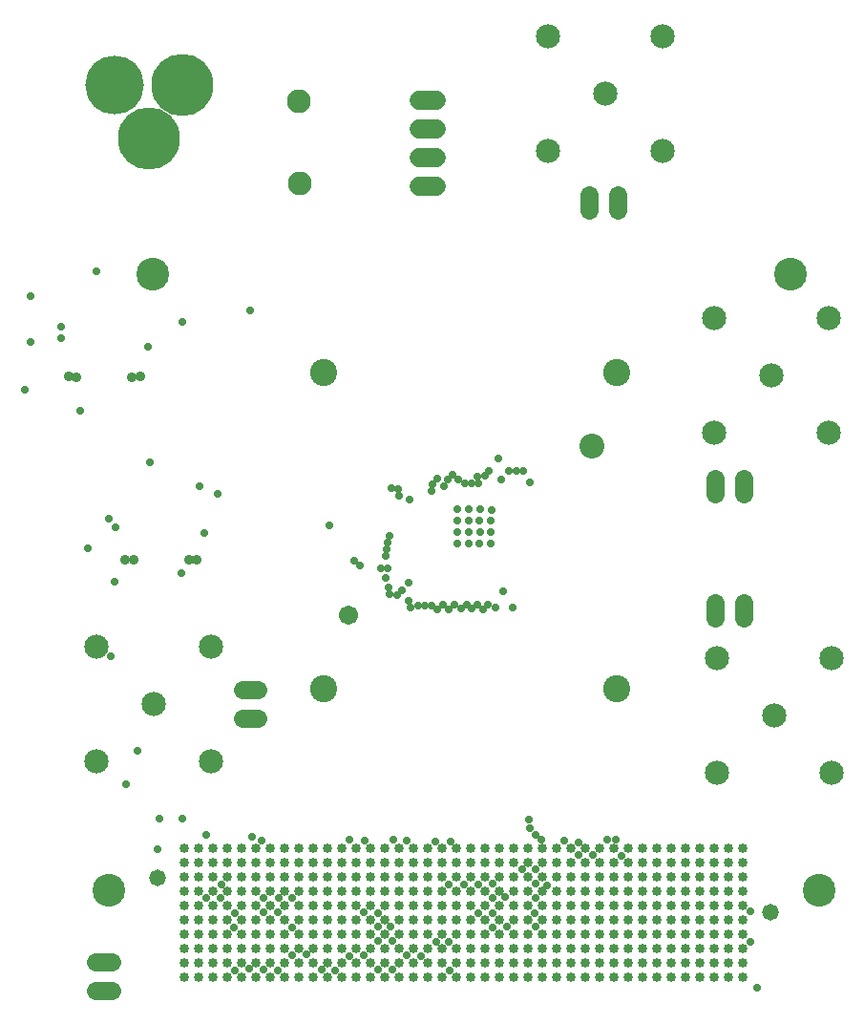
<source format=gbr>
G04 EAGLE Gerber RS-274X export*
G75*
%MOMM*%
%FSLAX34Y34*%
%LPD*%
%INSoldermask Bottom*%
%IPPOS*%
%AMOC8*
5,1,8,0,0,1.08239X$1,22.5*%
G01*
%ADD10C,2.903200*%
%ADD11C,2.146300*%
%ADD12C,0.843200*%
%ADD13C,1.473200*%
%ADD14C,1.574800*%
%ADD15C,1.727200*%
%ADD16C,1.703200*%
%ADD17C,2.403200*%
%ADD18C,2.203200*%
%ADD19C,5.503200*%
%ADD20C,5.203200*%
%ADD21C,2.108200*%
%ADD22C,0.706400*%
%ADD23C,0.878200*%


D10*
X84500Y116500D03*
X714500Y116500D03*
X124000Y662500D03*
X689500Y662500D03*
D11*
X525000Y822200D03*
X575800Y873000D03*
X474200Y873000D03*
X474200Y771400D03*
X575800Y771400D03*
X672200Y572900D03*
X723000Y623700D03*
X621400Y623700D03*
X621400Y522100D03*
X723000Y522100D03*
X674900Y271200D03*
X725700Y322000D03*
X624100Y322000D03*
X624100Y220400D03*
X725700Y220400D03*
D12*
X647150Y39350D03*
X634450Y39350D03*
X621750Y39350D03*
X609050Y39350D03*
X596350Y39350D03*
X583650Y39350D03*
X570950Y39350D03*
X558250Y39350D03*
X545550Y39350D03*
X532850Y39350D03*
X520150Y39350D03*
X507450Y39350D03*
X494750Y39350D03*
X482050Y39350D03*
X469350Y39350D03*
X456650Y39350D03*
X443950Y39350D03*
X431250Y39350D03*
X418550Y39350D03*
X405850Y39350D03*
X393150Y39350D03*
X380450Y39350D03*
X367750Y39350D03*
X355050Y39350D03*
X342350Y39350D03*
X329650Y39350D03*
X316950Y39350D03*
X304250Y39350D03*
X291550Y39350D03*
X278850Y39350D03*
X266150Y39350D03*
X253450Y39350D03*
X240750Y39350D03*
X228050Y39350D03*
X215350Y39350D03*
X202650Y39350D03*
X189950Y39350D03*
X177250Y39350D03*
X164550Y39350D03*
X151850Y39350D03*
X647150Y52050D03*
X634450Y52050D03*
X621750Y52050D03*
X609050Y52050D03*
X596350Y52050D03*
X583650Y52050D03*
X570950Y52050D03*
X558250Y52050D03*
X545550Y52050D03*
X532850Y52050D03*
X520150Y52050D03*
X507450Y52050D03*
X494750Y52050D03*
X482050Y52050D03*
X469350Y52050D03*
X456650Y52050D03*
X443950Y52050D03*
X431250Y52050D03*
X418550Y52050D03*
X405850Y52050D03*
X393150Y52050D03*
X380450Y52050D03*
X367750Y52050D03*
X355050Y52050D03*
X342350Y52050D03*
X329650Y52050D03*
X316950Y52050D03*
X304250Y52050D03*
X291550Y52050D03*
X278850Y52050D03*
X266150Y52050D03*
X253450Y52050D03*
X240750Y52050D03*
X228050Y52050D03*
X215350Y52050D03*
X202650Y52050D03*
X189950Y52050D03*
X177250Y52050D03*
X164550Y52050D03*
X151850Y52050D03*
X647150Y64750D03*
X634450Y64750D03*
X621750Y64750D03*
X609050Y64750D03*
X596350Y64750D03*
X583650Y64750D03*
X570950Y64750D03*
X558250Y64750D03*
X545550Y64750D03*
X532850Y64750D03*
X520150Y64750D03*
X507450Y64750D03*
X494750Y64750D03*
X482050Y64750D03*
X469350Y64750D03*
X456650Y64750D03*
X443950Y64750D03*
X431250Y64750D03*
X418550Y64750D03*
X405850Y64750D03*
X393150Y64750D03*
X380450Y64750D03*
X367750Y64750D03*
X355050Y64750D03*
X342350Y64750D03*
X329650Y64750D03*
X316950Y64750D03*
X304250Y64750D03*
X291550Y64750D03*
X278850Y64750D03*
X266150Y64750D03*
X253450Y64750D03*
X240750Y64750D03*
X228050Y64750D03*
X215350Y64750D03*
X202650Y64750D03*
X189950Y64750D03*
X177250Y64750D03*
X164550Y64750D03*
X151850Y64750D03*
X647150Y77450D03*
X634450Y77450D03*
X621750Y77450D03*
X609050Y77450D03*
X596350Y77450D03*
X583650Y77450D03*
X570950Y77450D03*
X558250Y77450D03*
X545550Y77450D03*
X532850Y77450D03*
X520150Y77450D03*
X507450Y77450D03*
X494750Y77450D03*
X482050Y77450D03*
X469350Y77450D03*
X456650Y77450D03*
X443950Y77450D03*
X431250Y77450D03*
X418550Y77450D03*
X405850Y77450D03*
X393150Y77450D03*
X380450Y77450D03*
X367750Y77450D03*
X355050Y77450D03*
X342350Y77450D03*
X329650Y77450D03*
X316950Y77450D03*
X304250Y77450D03*
X291550Y77450D03*
X278850Y77450D03*
X266150Y77450D03*
X253450Y77450D03*
X240750Y77450D03*
X228050Y77450D03*
X215350Y77450D03*
X202650Y77450D03*
X189950Y77450D03*
X177250Y77450D03*
X164550Y77450D03*
X151850Y77450D03*
X647150Y90150D03*
X634450Y90150D03*
X621750Y90150D03*
X609050Y90150D03*
X596350Y90150D03*
X583650Y90150D03*
X570950Y90150D03*
X558250Y90150D03*
X545550Y90150D03*
X532850Y90150D03*
X520150Y90150D03*
X507450Y90150D03*
X494750Y90150D03*
X482050Y90150D03*
X469350Y90150D03*
X456650Y90150D03*
X443950Y90150D03*
X431250Y90150D03*
X418550Y90150D03*
X405850Y90150D03*
X393150Y90150D03*
X380450Y90150D03*
X367750Y90150D03*
X355050Y90150D03*
X342350Y90150D03*
X329650Y90150D03*
X316950Y90150D03*
X304250Y90150D03*
X291550Y90150D03*
X278850Y90150D03*
X266150Y90150D03*
X253450Y90150D03*
X240750Y90150D03*
X228050Y90150D03*
X215350Y90150D03*
X202650Y90150D03*
X189950Y90150D03*
X177250Y90150D03*
X164550Y90150D03*
X151850Y90150D03*
X647150Y102850D03*
X634450Y102850D03*
X621750Y102850D03*
X609050Y102850D03*
X596350Y102850D03*
X583650Y102850D03*
X570950Y102850D03*
X558250Y102850D03*
X545550Y102850D03*
X532850Y102850D03*
X520150Y102850D03*
X507450Y102850D03*
X494750Y102850D03*
X482050Y102850D03*
X469350Y102850D03*
X456650Y102850D03*
X443950Y102850D03*
X431250Y102850D03*
X418550Y102850D03*
X405850Y102850D03*
X393150Y102850D03*
X380450Y102850D03*
X367750Y102850D03*
X355050Y102850D03*
X342350Y102850D03*
X329650Y102850D03*
X316950Y102850D03*
X304250Y102850D03*
X291550Y102850D03*
X278850Y102850D03*
X266150Y102850D03*
X253450Y102850D03*
X240750Y102850D03*
X228050Y102850D03*
X215350Y102850D03*
X202650Y102850D03*
X189950Y102850D03*
X177250Y102850D03*
X164550Y102850D03*
X151850Y102850D03*
X647150Y115550D03*
X634450Y115550D03*
X621750Y115550D03*
X609050Y115550D03*
X596350Y115550D03*
X583650Y115550D03*
X570950Y115550D03*
X558250Y115550D03*
X545550Y115550D03*
X532850Y115550D03*
X520150Y115550D03*
X507450Y115550D03*
X494750Y115550D03*
X482050Y115550D03*
X469350Y115550D03*
X456650Y115550D03*
X443950Y115550D03*
X431250Y115550D03*
X418550Y115550D03*
X405850Y115550D03*
X393150Y115550D03*
X380450Y115550D03*
X367750Y115550D03*
X355050Y115550D03*
X342350Y115550D03*
X329650Y115550D03*
X316950Y115550D03*
X304250Y115550D03*
X291550Y115550D03*
X278850Y115550D03*
X266150Y115550D03*
X253450Y115550D03*
X240750Y115550D03*
X228050Y115550D03*
X215350Y115550D03*
X202650Y115550D03*
X189950Y115550D03*
X177250Y115550D03*
X164550Y115550D03*
X151850Y115550D03*
X647150Y128250D03*
X634450Y128250D03*
X621750Y128250D03*
X609050Y128250D03*
X596350Y128250D03*
X583650Y128250D03*
X570950Y128250D03*
X558250Y128250D03*
X545550Y128250D03*
X532850Y128250D03*
X520150Y128250D03*
X507450Y128250D03*
X494750Y128250D03*
X482050Y128250D03*
X469350Y128250D03*
X456650Y128250D03*
X443950Y128250D03*
X431250Y128250D03*
X418550Y128250D03*
X405850Y128250D03*
X393150Y128250D03*
X380450Y128250D03*
X367750Y128250D03*
X355050Y128250D03*
X342350Y128250D03*
X329650Y128250D03*
X316950Y128250D03*
X304250Y128250D03*
X291550Y128250D03*
X278850Y128250D03*
X266150Y128250D03*
X253450Y128250D03*
X240750Y128250D03*
X228050Y128250D03*
X215350Y128250D03*
X202650Y128250D03*
X189950Y128250D03*
X177250Y128250D03*
X164550Y128250D03*
X151850Y128250D03*
X647150Y140950D03*
X634450Y140950D03*
X621750Y140950D03*
X609050Y140950D03*
X596350Y140950D03*
X583650Y140950D03*
X570950Y140950D03*
X558250Y140950D03*
X545550Y140950D03*
X532850Y140950D03*
X520150Y140950D03*
X507450Y140950D03*
X494750Y140950D03*
X482050Y140950D03*
X469350Y140950D03*
X456650Y140950D03*
X443950Y140950D03*
X431250Y140950D03*
X418550Y140950D03*
X405850Y140950D03*
X393150Y140950D03*
X380450Y140950D03*
X367750Y140950D03*
X355050Y140950D03*
X342350Y140950D03*
X329650Y140950D03*
X316950Y140950D03*
X304250Y140950D03*
X291550Y140950D03*
X278850Y140950D03*
X266150Y140950D03*
X253450Y140950D03*
X240750Y140950D03*
X228050Y140950D03*
X215350Y140950D03*
X202650Y140950D03*
X189950Y140950D03*
X177250Y140950D03*
X164550Y140950D03*
X151850Y140950D03*
X647150Y153650D03*
X634450Y153650D03*
X621750Y153650D03*
X609050Y153650D03*
X596350Y153650D03*
X583650Y153650D03*
X570950Y153650D03*
X558250Y153650D03*
X545550Y153650D03*
X532850Y153650D03*
X520150Y153650D03*
X507450Y153650D03*
X494750Y153650D03*
X482050Y153650D03*
X469350Y153650D03*
X456650Y153650D03*
X443950Y153650D03*
X431250Y153650D03*
X418550Y153650D03*
X405850Y153650D03*
X393150Y153650D03*
X380450Y153650D03*
X367750Y153650D03*
X355050Y153650D03*
X342350Y153650D03*
X329650Y153650D03*
X316950Y153650D03*
X304250Y153650D03*
X291550Y153650D03*
X278850Y153650D03*
X266150Y153650D03*
X253450Y153650D03*
X240750Y153650D03*
X228050Y153650D03*
X215350Y153650D03*
X202650Y153650D03*
X189950Y153650D03*
X177250Y153650D03*
X164550Y153650D03*
X151850Y153650D03*
D13*
X671390Y96500D03*
X127590Y127000D03*
D11*
X124400Y281500D03*
X175200Y332300D03*
X73600Y332300D03*
X73600Y230700D03*
X175200Y230700D03*
D14*
X203342Y294400D02*
X217058Y294400D01*
X217058Y269000D02*
X203342Y269000D01*
X622400Y357242D02*
X622400Y370958D01*
X647800Y370958D02*
X647800Y357242D01*
X622700Y467342D02*
X622700Y481058D01*
X648100Y481058D02*
X648100Y467342D01*
X510300Y719042D02*
X510300Y732758D01*
X535700Y732758D02*
X535700Y719042D01*
D15*
X375020Y740500D02*
X359780Y740500D01*
X359780Y765900D02*
X375020Y765900D01*
X375020Y791300D02*
X359780Y791300D01*
X359780Y816700D02*
X375020Y816700D01*
D16*
X297000Y360000D03*
D17*
X275000Y295000D03*
X535000Y295000D03*
D18*
X513000Y510000D03*
D17*
X535000Y575000D03*
X275000Y575000D03*
D14*
X86858Y27300D02*
X73142Y27300D01*
X73142Y52700D02*
X86858Y52700D01*
D19*
X150000Y830000D03*
D20*
X90000Y830000D03*
D19*
X120000Y783000D03*
D21*
X253500Y815500D03*
X253900Y743200D03*
D22*
X121300Y495900D03*
X164900Y474900D03*
X181200Y467700D03*
X149100Y397800D03*
X73600Y664800D03*
X209950Y630050D03*
X149950Y619950D03*
X128300Y152800D03*
X171300Y165100D03*
X211900Y164100D03*
X458100Y477500D03*
X432500Y480300D03*
X351600Y462500D03*
X443200Y367300D03*
X393700Y453800D03*
X403800Y453900D03*
X413800Y453900D03*
X424000Y453700D03*
X393600Y443700D03*
X403600Y443700D03*
X413600Y443800D03*
X423600Y443700D03*
X393500Y433800D03*
X403600Y433700D03*
X413800Y433700D03*
X423600Y433600D03*
X393700Y423700D03*
X403700Y423700D03*
X413600Y423600D03*
X423600Y423600D03*
X15000Y642600D03*
X110000Y240000D03*
X100000Y210000D03*
X660000Y30000D03*
X434693Y381606D03*
X387100Y45300D03*
X406613Y365887D03*
X336400Y46000D03*
X401863Y369690D03*
X323700Y45800D03*
X352200Y366818D03*
X285500Y45600D03*
X350734Y372866D03*
X273500Y45900D03*
X330264Y412436D03*
X234600Y45600D03*
X331312Y418484D03*
X222150Y45850D03*
X416290Y365564D03*
X361900Y57900D03*
X411613Y369440D03*
X348800Y58400D03*
X364848Y368406D03*
X310900Y58700D03*
X358800Y368500D03*
X298200Y58100D03*
X332372Y401728D03*
X259900Y59200D03*
X326324Y401753D03*
X247400Y58600D03*
X332360Y424532D03*
X209000Y46600D03*
X333408Y430580D03*
X196550Y45250D03*
X473600Y120400D03*
X463000Y121900D03*
X435900Y110600D03*
X425200Y109200D03*
X399700Y121700D03*
X386400Y121800D03*
X350650Y389350D03*
X247600Y109400D03*
X344399Y382268D03*
X235050Y109250D03*
X341400Y472182D03*
X185000Y121800D03*
X386209Y365564D03*
X334600Y84300D03*
X381249Y369158D03*
X323600Y83800D03*
X462800Y134900D03*
X451200Y135100D03*
X425300Y122200D03*
X412150Y121650D03*
X462600Y96300D03*
X462900Y109300D03*
X425300Y95800D03*
X412100Y96200D03*
X462900Y84100D03*
X437650Y84150D03*
X424700Y83300D03*
X446052Y488268D03*
X533900Y161100D03*
X439800Y488100D03*
X526600Y161000D03*
X417999Y483399D03*
X501400Y158800D03*
X411951Y483375D03*
X488900Y160500D03*
X412327Y476927D03*
X468400Y160900D03*
X406200Y476700D03*
X463100Y165100D03*
X400152Y476675D03*
X457800Y171700D03*
X394806Y480500D03*
X457500Y179200D03*
X389300Y484900D03*
X387550Y159750D03*
X384912Y480735D03*
X374500Y159800D03*
X452100Y488268D03*
X539400Y147200D03*
X430200Y498900D03*
X513800Y147600D03*
X421684Y488268D03*
X501250Y147550D03*
X382297Y474497D03*
X349000Y160100D03*
X375706Y480900D03*
X337450Y161450D03*
X371412Y476000D03*
X311750Y160650D03*
X370783Y469952D03*
X298400Y161500D03*
X220000Y160000D03*
X332806Y384748D03*
X221800Y109200D03*
X330266Y393300D03*
X221900Y96500D03*
X341734Y466134D03*
X184000Y109500D03*
X335352Y473200D03*
X171000Y109500D03*
X376290Y365564D03*
X323600Y96300D03*
X370896Y368723D03*
X310700Y96600D03*
X340075Y378039D03*
X246900Y83400D03*
X334027Y378700D03*
X234400Y96700D03*
X307000Y404200D03*
X196700Y96200D03*
X302706Y408459D03*
X195900Y83400D03*
X427297Y367351D03*
X386500Y70800D03*
X421249Y369158D03*
X374800Y70800D03*
X396822Y366178D03*
X336100Y71400D03*
X391546Y369454D03*
X323100Y71100D03*
X654100Y71000D03*
X653650Y97650D03*
X169600Y433000D03*
X86800Y323600D03*
X42600Y605800D03*
X10000Y560000D03*
D23*
X48800Y571500D03*
X112300Y571600D03*
X105100Y571300D03*
X56200Y571400D03*
D22*
X280000Y440000D03*
D23*
X106500Y409000D03*
X155800Y408900D03*
X162900Y408900D03*
X98992Y408992D03*
D22*
X90600Y438500D03*
X66000Y419600D03*
X150000Y180000D03*
X130000Y180000D03*
X90000Y390000D03*
X84900Y446000D03*
X119700Y597700D03*
X42700Y615500D03*
X15100Y602500D03*
X59100Y541200D03*
M02*

</source>
